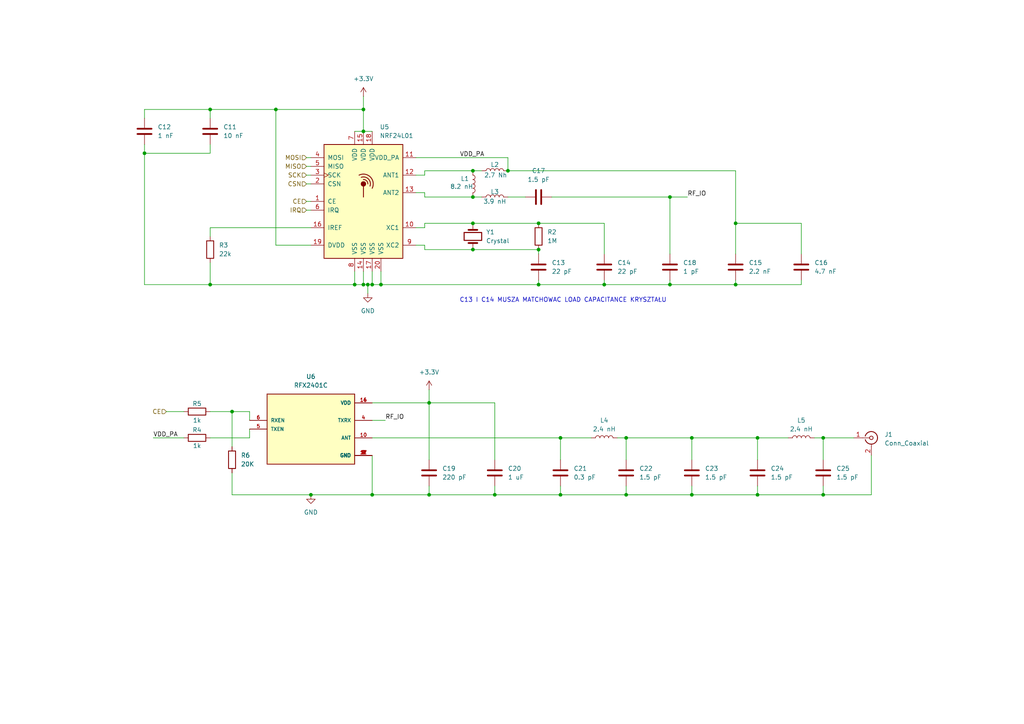
<source format=kicad_sch>
(kicad_sch (version 20231120) (generator "eeschema") (generator_version "8.0")
  (paper "A4")
  (lib_symbols
    (symbol "Connector:Conn_Coaxial" (pin_names (offset 1.016) hide)
      (property "Reference" "J" (at 0.254 3.048 0))
      (property "Value" "Conn_Coaxial" (at 2.921 0 90))
      (symbol "Conn_Coaxial_0_1"
        (arc (start -1.778 -0.508) (mid 0.2311 -1.8066) (end 1.778 0) (stroke (width 0.254)))
        (polyline (pts (xy -2.54 0) (xy -0.508 0)))
        (polyline (pts (xy 0 -2.54) (xy 0 -1.778)))
        (circle (center 0 0) (radius 0.508) (stroke (width 0.2032)))
        (arc (start 1.778 0) (mid 0.2099 1.8101) (end -1.778 0.508) (stroke (width 0.254)))
      )
      (symbol "Conn_Coaxial_1_1"
        (pin passive line (at -5.08 0 0) (length 2.54) (name "In") (number "1"))
        (pin passive line (at 0 -5.08 90) (length 2.54) (name "Ext") (number "2"))
      )
    )
    (symbol "Device:C" (pin_numbers hide) (pin_names (offset 0.254))
      (property "Reference" "C" (at 0.635 2.54 0))
      (property "Value" "C" (at 0.635 -2.54 0))
      (symbol "C_0_1"
        (polyline (pts (xy -2.032 -0.762) (xy 2.032 -0.762)) (stroke (width 0.508)))
        (polyline (pts (xy -2.032 0.762) (xy 2.032 0.762)) (stroke (width 0.508)))
      )
      (symbol "C_1_1"
        (pin passive line (at 0 3.81 270) (length 2.794) (name "~") (number "1"))
        (pin passive line (at 0 -3.81 90) (length 2.794) (name "~") (number "2"))
      )
    )
    (symbol "Device:Crystal" (pin_numbers hide) (pin_names (offset 1.016) hide)
      (property "Reference" "Y" (at 0 3.81 0))
      (property "Value" "Crystal" (at 0 -3.81 0))
      (symbol "Crystal_0_1"
        (rectangle (start -1.143 2.54) (end 1.143 -2.54) (stroke (width 0.3048)))
        (polyline (pts (xy -2.54 0) (xy -1.905 0)))
        (polyline (pts (xy -1.905 -1.27) (xy -1.905 1.27)) (stroke (width 0.508)))
        (polyline (pts (xy 1.905 -1.27) (xy 1.905 1.27)) (stroke (width 0.508)))
        (polyline (pts (xy 2.54 0) (xy 1.905 0)))
      )
      (symbol "Crystal_1_1"
        (pin passive line (at -3.81 0 0) (length 1.27) (name "1") (number "1"))
        (pin passive line (at 3.81 0 180) (length 1.27) (name "2") (number "2"))
      )
    )
    (symbol "Device:L" (pin_numbers hide) (pin_names (offset 1.016) hide)
      (property "Reference" "L" (at -1.27 0 90))
      (property "Value" "L" (at 1.905 0 90))
      (symbol "L_0_1"
        (arc (start 0 -2.54) (mid 0.6323 -1.905) (end 0 -1.27))
        (arc (start 0 -1.27) (mid 0.6323 -0.635) (end 0 0))
        (arc (start 0 0) (mid 0.6323 0.635) (end 0 1.27))
        (arc (start 0 1.27) (mid 0.6323 1.905) (end 0 2.54))
      )
      (symbol "L_1_1"
        (pin passive line (at 0 3.81 270) (length 1.27) (name "1") (number "1"))
        (pin passive line (at 0 -3.81 90) (length 1.27) (name "2") (number "2"))
      )
    )
    (symbol "Device:R" (pin_numbers hide) (pin_names (offset 0))
      (property "Reference" "R" (at 2.032 0 90))
      (property "Value" "R" (at 0 0 90))
      (symbol "R_0_1"
        (rectangle (start -1.016 -2.54) (end 1.016 2.54) (stroke (width 0.254)))
      )
      (symbol "R_1_1"
        (pin passive line (at 0 3.81 270) (length 1.27) (name "~") (number "1"))
        (pin passive line (at 0 -3.81 90) (length 1.27) (name "~") (number "2"))
      )
    )
    (symbol "RF:NRF24L01" (pin_names (offset 1.016))
      (property "Reference" "U" (at -11.43 17.78 0))
      (property "Value" "NRF24L01" (at 5.08 17.78 0))
      (symbol "NRF24L01_0_1"
        (rectangle (start -11.43 16.51) (end 11.43 -16.51) (stroke (width 0.254)) (fill (type background)))
        (polyline (pts (xy 0 4.445) (xy 0 1.27)) (stroke (width 0.254)))
        (circle (center 0 5.08) (radius 0.635) (stroke (width 0.254)) (fill (type outline)))
        (arc (start 1.27 5.08) (mid 0.9071 5.9946) (end 0 6.35) (stroke (width 0.254)))
        (arc (start 1.905 4.445) (mid 1.4313 6.5254) (end -0.635 6.985) (stroke (width 0.254)))
        (arc (start 2.54 3.81) (mid 2.008 7.088) (end -1.27 7.62) (stroke (width 0.254)))
        (rectangle (start 11.43 -13.97) (end 11.43 -13.97))
      )
      (symbol "NRF24L01_1_1"
        (pin input line (at -15.24 0 0) (length 3.81) (name "CE") (number "1"))
        (pin passive line (at 15.24 -7.62 180) (length 3.81) (name "XC1") (number "10"))
        (pin power_out line (at 15.24 12.7 180) (length 3.81) (name "VDD_PA") (number "11"))
        (pin passive line (at 15.24 7.62 180) (length 3.81) (name "ANT1") (number "12"))
        (pin passive line (at 15.24 2.54 180) (length 3.81) (name "ANT2") (number "13"))
        (pin power_in line (at 0 -20.32 90) (length 3.81) (name "VSS") (number "14"))
        (pin power_in line (at 0 20.32 270) (length 3.81) (name "VDD") (number "15"))
        (pin passive line (at -15.24 -7.62 0) (length 3.81) (name "IREF") (number "16"))
        (pin power_in line (at 2.54 -20.32 90) (length 3.81) (name "VSS") (number "17"))
        (pin power_in line (at 2.54 20.32 270) (length 3.81) (name "VDD") (number "18"))
        (pin power_out line (at -15.24 -12.7 0) (length 3.81) (name "DVDD") (number "19"))
        (pin input line (at -15.24 5.08 0) (length 3.81) (name "CSN") (number "2"))
        (pin power_in line (at 5.08 -20.32 90) (length 3.81) (name "VSS") (number "20"))
        (pin input clock (at -15.24 7.62 0) (length 3.81) (name "SCK") (number "3"))
        (pin input line (at -15.24 12.7 0) (length 3.81) (name "MOSI") (number "4"))
        (pin output line (at -15.24 10.16 0) (length 3.81) (name "MISO") (number "5"))
        (pin output line (at -15.24 -2.54 0) (length 3.81) (name "IRQ") (number "6"))
        (pin power_in line (at -2.54 20.32 270) (length 3.81) (name "VDD") (number "7"))
        (pin power_in line (at -2.54 -20.32 90) (length 3.81) (name "VSS") (number "8"))
        (pin passive line (at 15.24 -12.7 180) (length 3.81) (name "XC2") (number "9"))
      )
    )
    (symbol "RFX2401C:RFX2401C" (pin_names (offset 1.016))
      (property "Reference" "U" (at -12.7 11.16 0))
      (property "Value" "RFX2401C" (at -12.7 -14.16 0))
      (symbol "RFX2401C_0_0"
        (rectangle (start -12.7 -10.16) (end 12.7 10.16) (stroke (width 0.254)) (fill (type background)))
        (pin passive line (at 17.78 -2.54 180) (length 5.08) (name "ANT") (number "10"))
        (pin power_in line (at 17.78 -7.62 180) (length 5.08) (name "GND") (number "11"))
        (pin power_in line (at 17.78 7.62 180) (length 5.08) (name "VDD") (number "14"))
        (pin power_in line (at 17.78 7.62 180) (length 5.08) (name "VDD") (number "16"))
        (pin power_in line (at 17.78 -7.62 180) (length 5.08) (name "GND") (number "17"))
        (pin power_in line (at 17.78 -7.62 180) (length 5.08) (name "GND") (number "2"))
        (pin power_in line (at 17.78 -7.62 180) (length 5.08) (name "GND") (number "3"))
        (pin bidirectional line (at 17.78 2.54 180) (length 5.08) (name "TXRX") (number "4"))
        (pin input line (at -17.78 0 0) (length 5.08) (name "TXEN") (number "5"))
        (pin input line (at -17.78 2.54 0) (length 5.08) (name "RXEN") (number "6"))
        (pin power_in line (at 17.78 -7.62 180) (length 5.08) (name "GND") (number "8"))
        (pin power_in line (at 17.78 -7.62 180) (length 5.08) (name "GND") (number "9"))
      )
    )
    (symbol "power:+3.3V" (power) (pin_numbers hide) (pin_names (offset 0) hide)
      (property "Value" "+3.3V" (at 0 3.556 0))
      (symbol "+3.3V_0_1"
        (polyline (pts (xy -0.762 1.27) (xy 0 2.54)))
        (polyline (pts (xy 0 0) (xy 0 2.54)))
        (polyline (pts (xy 0 2.54) (xy 0.762 1.27)))
      )
      (symbol "+3.3V_1_1"
        (pin power_in line (at 0 0 90) (length 0) (name "~") (number "1"))
      )
    )
    (symbol "power:GND" (power) (pin_numbers hide) (pin_names (offset 0) hide)
      (property "Value" "GND" (at 0 -3.81 0))
      (symbol "GND_0_1"
        (polyline (pts (xy 0 0) (xy 0 -1.27) (xy 1.27 -1.27) (xy 0 -2.54) (xy -1.27 -1.27) (xy 0 -1.27)))
      )
      (symbol "GND_1_1"
        (pin power_in line (at 0 0 270) (length 0) (name "~") (number "1"))
      )
    )
  )
  (junction (at 102.87 82.55))
  (junction (at 137.16 72.39))
  (junction (at 143.51 143.51))
  (junction (at 181.61 127))
  (junction (at 41.91 44.45))
  (junction (at 156.21 72.39))
  (junction (at 105.41 82.55))
  (junction (at 124.46 116.84))
  (junction (at 137.16 49.53))
  (junction (at 175.26 82.55))
  (junction (at 107.95 143.51))
  (junction (at 107.95 82.55))
  (junction (at 213.36 64.77))
  (junction (at 219.71 127))
  (junction (at 137.16 57.15))
  (junction (at 238.76 143.51))
  (junction (at 67.31 119.38))
  (junction (at 90.17 143.51))
  (junction (at 60.96 31.75))
  (junction (at 194.31 57.15))
  (junction (at 105.41 31.75))
  (junction (at 105.41 38.1))
  (junction (at 156.21 64.77))
  (junction (at 162.56 143.51))
  (junction (at 80.01 31.75))
  (junction (at 200.66 143.51))
  (junction (at 137.16 64.77))
  (junction (at 213.36 82.55))
  (junction (at 238.76 127))
  (junction (at 110.49 82.55))
  (junction (at 200.66 127))
  (junction (at 106.68 82.55))
  (junction (at 147.32 49.53))
  (junction (at 162.56 127))
  (junction (at 181.61 143.51))
  (junction (at 60.96 82.55))
  (junction (at 194.31 82.55))
  (junction (at 124.46 143.51))
  (junction (at 219.71 143.51))
  (junction (at 156.21 82.55))
  (wire (pts (xy 105.41 78.74) (xy 105.41 82.55)))
  (wire (pts (xy 110.49 82.55) (xy 110.49 78.74)))
  (wire (pts (xy 236.22 127) (xy 238.76 127)))
  (wire (pts (xy 147.32 49.53) (xy 147.32 45.72)))
  (wire (pts (xy 181.61 140.97) (xy 181.61 143.51)))
  (wire (pts (xy 107.95 121.92) (xy 111.76 121.92)))
  (wire (pts (xy 123.19 49.53) (xy 137.16 49.53)))
  (wire (pts (xy 105.41 38.1) (xy 107.95 38.1)))
  (wire (pts (xy 147.32 57.15) (xy 152.4 57.15)))
  (wire (pts (xy 107.95 143.51) (xy 124.46 143.51)))
  (wire (pts (xy 124.46 143.51) (xy 124.46 140.97)))
  (wire (pts (xy 67.31 143.51) (xy 67.31 137.16)))
  (wire (pts (xy 175.26 82.55) (xy 194.31 82.55)))
  (wire (pts (xy 252.73 143.51) (xy 238.76 143.51)))
  (wire (pts (xy 213.36 82.55) (xy 232.41 82.55)))
  (wire (pts (xy 181.61 143.51) (xy 162.56 143.51)))
  (wire (pts (xy 124.46 116.84) (xy 107.95 116.84)))
  (wire (pts (xy 123.19 64.77) (xy 137.16 64.77)))
  (wire (pts (xy 107.95 78.74) (xy 107.95 82.55)))
  (wire (pts (xy 143.51 143.51) (xy 143.51 140.97)))
  (wire (pts (xy 120.65 71.12) (xy 123.19 71.12)))
  (wire (pts (xy 88.9 45.72) (xy 90.17 45.72)))
  (wire (pts (xy 194.31 57.15) (xy 199.39 57.15)))
  (wire (pts (xy 156.21 64.77) (xy 175.26 64.77)))
  (wire (pts (xy 72.39 119.38) (xy 72.39 121.92)))
  (wire (pts (xy 88.9 48.26) (xy 90.17 48.26)))
  (wire (pts (xy 67.31 119.38) (xy 67.31 129.54)))
  (wire (pts (xy 48.26 119.38) (xy 53.34 119.38)))
  (wire (pts (xy 219.71 140.97) (xy 219.71 143.51)))
  (wire (pts (xy 41.91 44.45) (xy 41.91 41.91)))
  (wire (pts (xy 106.68 82.55) (xy 107.95 82.55)))
  (wire (pts (xy 162.56 127) (xy 162.56 133.35)))
  (wire (pts (xy 123.19 55.88) (xy 123.19 57.15)))
  (wire (pts (xy 181.61 127) (xy 181.61 133.35)))
  (wire (pts (xy 238.76 127) (xy 247.65 127)))
  (wire (pts (xy 105.41 31.75) (xy 80.01 31.75)))
  (wire (pts (xy 179.07 127) (xy 181.61 127)))
  (wire (pts (xy 88.9 60.96) (xy 90.17 60.96)))
  (wire (pts (xy 175.26 64.77) (xy 175.26 73.66)))
  (wire (pts (xy 88.9 58.42) (xy 90.17 58.42)))
  (wire (pts (xy 102.87 82.55) (xy 105.41 82.55)))
  (wire (pts (xy 200.66 143.51) (xy 181.61 143.51)))
  (wire (pts (xy 194.31 57.15) (xy 194.31 73.66)))
  (wire (pts (xy 200.66 140.97) (xy 200.66 143.51)))
  (wire (pts (xy 80.01 31.75) (xy 60.96 31.75)))
  (wire (pts (xy 238.76 140.97) (xy 238.76 143.51)))
  (wire (pts (xy 213.36 49.53) (xy 213.36 64.77)))
  (wire (pts (xy 105.41 82.55) (xy 106.68 82.55)))
  (wire (pts (xy 102.87 78.74) (xy 102.87 82.55)))
  (wire (pts (xy 107.95 143.51) (xy 90.17 143.51)))
  (wire (pts (xy 123.19 50.8) (xy 123.19 49.53)))
  (wire (pts (xy 194.31 57.15) (xy 160.02 57.15)))
  (wire (pts (xy 60.96 66.04) (xy 90.17 66.04)))
  (wire (pts (xy 120.65 50.8) (xy 123.19 50.8)))
  (wire (pts (xy 110.49 82.55) (xy 156.21 82.55)))
  (wire (pts (xy 41.91 44.45) (xy 60.96 44.45)))
  (wire (pts (xy 60.96 76.2) (xy 60.96 82.55)))
  (wire (pts (xy 156.21 82.55) (xy 175.26 82.55)))
  (wire (pts (xy 137.16 64.77) (xy 156.21 64.77)))
  (wire (pts (xy 60.96 31.75) (xy 41.91 31.75)))
  (wire (pts (xy 107.95 132.08) (xy 107.95 143.51)))
  (wire (pts (xy 60.96 127) (xy 72.39 127)))
  (wire (pts (xy 88.9 50.8) (xy 90.17 50.8)))
  (wire (pts (xy 238.76 143.51) (xy 219.71 143.51)))
  (wire (pts (xy 238.76 127) (xy 238.76 133.35)))
  (wire (pts (xy 105.41 38.1) (xy 105.41 31.75)))
  (wire (pts (xy 88.9 53.34) (xy 90.17 53.34)))
  (wire (pts (xy 124.46 143.51) (xy 143.51 143.51)))
  (wire (pts (xy 219.71 143.51) (xy 200.66 143.51)))
  (wire (pts (xy 107.95 127) (xy 162.56 127)))
  (wire (pts (xy 147.32 49.53) (xy 213.36 49.53)))
  (wire (pts (xy 60.96 119.38) (xy 67.31 119.38)))
  (wire (pts (xy 213.36 82.55) (xy 213.36 81.28)))
  (wire (pts (xy 219.71 127) (xy 228.6 127)))
  (wire (pts (xy 143.51 116.84) (xy 124.46 116.84)))
  (wire (pts (xy 105.41 27.94) (xy 105.41 31.75)))
  (wire (pts (xy 162.56 143.51) (xy 143.51 143.51)))
  (wire (pts (xy 41.91 44.45) (xy 41.91 82.55)))
  (wire (pts (xy 213.36 64.77) (xy 232.41 64.77)))
  (wire (pts (xy 137.16 72.39) (xy 156.21 72.39)))
  (wire (pts (xy 181.61 127) (xy 200.66 127)))
  (wire (pts (xy 143.51 133.35) (xy 143.51 116.84)))
  (wire (pts (xy 90.17 143.51) (xy 67.31 143.51)))
  (wire (pts (xy 123.19 66.04) (xy 123.19 64.77)))
  (wire (pts (xy 60.96 44.45) (xy 60.96 41.91)))
  (wire (pts (xy 147.32 45.72) (xy 120.65 45.72)))
  (wire (pts (xy 162.56 140.97) (xy 162.56 143.51)))
  (wire (pts (xy 72.39 127) (xy 72.39 124.46)))
  (wire (pts (xy 67.31 119.38) (xy 72.39 119.38)))
  (wire (pts (xy 106.68 82.55) (xy 106.68 85.09)))
  (wire (pts (xy 123.19 72.39) (xy 137.16 72.39)))
  (wire (pts (xy 44.45 127) (xy 53.34 127)))
  (wire (pts (xy 120.65 55.88) (xy 123.19 55.88)))
  (wire (pts (xy 123.19 71.12) (xy 123.19 72.39)))
  (wire (pts (xy 200.66 127) (xy 200.66 133.35)))
  (wire (pts (xy 213.36 64.77) (xy 213.36 73.66)))
  (wire (pts (xy 232.41 64.77) (xy 232.41 73.66)))
  (wire (pts (xy 175.26 81.28) (xy 175.26 82.55)))
  (wire (pts (xy 124.46 113.03) (xy 124.46 116.84)))
  (wire (pts (xy 41.91 31.75) (xy 41.91 34.29)))
  (wire (pts (xy 80.01 71.12) (xy 80.01 31.75)))
  (wire (pts (xy 120.65 66.04) (xy 123.19 66.04)))
  (wire (pts (xy 60.96 82.55) (xy 102.87 82.55)))
  (wire (pts (xy 137.16 57.15) (xy 139.7 57.15)))
  (wire (pts (xy 60.96 68.58) (xy 60.96 66.04)))
  (wire (pts (xy 200.66 127) (xy 219.71 127)))
  (wire (pts (xy 156.21 72.39) (xy 156.21 73.66)))
  (wire (pts (xy 219.71 127) (xy 219.71 133.35)))
  (wire (pts (xy 102.87 38.1) (xy 105.41 38.1)))
  (wire (pts (xy 137.16 49.53) (xy 139.7 49.53)))
  (wire (pts (xy 252.73 132.08) (xy 252.73 143.51)))
  (wire (pts (xy 162.56 127) (xy 171.45 127)))
  (wire (pts (xy 232.41 82.55) (xy 232.41 81.28)))
  (wire (pts (xy 194.31 81.28) (xy 194.31 82.55)))
  (wire (pts (xy 90.17 71.12) (xy 80.01 71.12)))
  (wire (pts (xy 123.19 57.15) (xy 137.16 57.15)))
  (wire (pts (xy 124.46 133.35) (xy 124.46 116.84)))
  (wire (pts (xy 194.31 82.55) (xy 213.36 82.55)))
  (wire (pts (xy 41.91 82.55) (xy 60.96 82.55)))
  (wire (pts (xy 60.96 31.75) (xy 60.96 34.29)))
  (wire (pts (xy 107.95 82.55) (xy 110.49 82.55)))
  (wire (pts (xy 156.21 82.55) (xy 156.21 81.28)))
  (text "C13 I C14 MUSZA MATCHOWAC LOAD CAPACITANCE KRYSZTAŁU" (at 163.322 87.122 0) (effects (font (size 1.27 1.27))))
  (label "VDD_PA" (at 133.35 45.72 0))
  (label "VDD_PA" (at 44.45 127 0))
  (label "RF_IO" (at 111.76 121.92 0))
  (label "RF_IO" (at 199.39 57.15 0))
  (hierarchical_label "CE" (shape input) (at 88.9 58.42 180))
  (hierarchical_label "MISO" (shape input) (at 88.9 48.26 180))
  (hierarchical_label "IRQ" (shape input) (at 88.9 60.96 180))
  (hierarchical_label "SCK" (shape input) (at 88.9 50.8 180))
  (hierarchical_label "CSN" (shape input) (at 88.9 53.34 180))
  (hierarchical_label "CE" (shape input) (at 48.26 119.38 180))
  (hierarchical_label "MOSI" (shape input) (at 88.9 45.72 180))
  (symbol (lib_id "power:GND") (at 106.68 85.09 0) (unit 1)
    (property "Reference" "#PWR09" (effects (hide yes)))
    (property "Value" "GND" (at 106.68 90.17 0))
    (property "Description" "Power symbol creates a global label with name \"GND\" , ground" (effects (hide yes)))
  )
  (symbol (lib_id "Device:L") (at 137.16 53.34 0) (unit 1)
    (property "Reference" "L1" (at 133.604 51.816 0) (effects (justify left)))
    (property "Value" "8.2 nH" (at 130.556 54.102 0) (effects (justify left)))
    (property "Description" "Inductor" (effects (hide yes)))
  )
  (symbol (lib_id "Device:C") (at 238.76 137.16 0) (unit 1)
    (property "Reference" "C25" (at 242.57 135.8899 0) (effects (justify left)))
    (property "Value" "1.5 pF" (at 242.57 138.4299 0) (effects (justify left)))
    (property "Description" "Unpolarized capacitor" (effects (hide yes)))
  )
  (symbol (lib_id "Device:C") (at 175.26 77.47 0) (unit 1)
    (property "Reference" "C14" (at 179.07 76.1999 0) (effects (justify left)))
    (property "Value" "22 pF" (at 179.07 78.7399 0) (effects (justify left)))
    (property "Description" "Unpolarized capacitor" (effects (hide yes)))
  )
  (symbol (lib_id "Device:C") (at 124.46 137.16 0) (unit 1)
    (property "Reference" "C19" (at 128.27 135.8899 0) (effects (justify left)))
    (property "Value" "220 pF" (at 128.27 138.4299 0) (effects (justify left)))
    (property "Description" "Unpolarized capacitor" (effects (hide yes)))
  )
  (symbol (lib_id "Connector:Conn_Coaxial") (at 252.73 127 0) (unit 1)
    (property "Reference" "J1" (at 256.54 126.0231 0) (effects (justify left)))
    (property "Value" "Conn_Coaxial" (at 256.54 128.5631 0) (effects (justify left)))
    (property "Footprint" "Connector_Coaxial:SMA_Amphenol_901-143_Horizontal" (effects (hide yes)))
    (property "Datasheet" " ~" (effects (hide yes)))
    (property "Description" "coaxial connector (BNC, SMA, SMB, SMC, Cinch/RCA, LEMO, ...)" (effects (hide yes)))
  )
  (symbol (lib_id "Device:C") (at 219.71 137.16 0) (unit 1)
    (property "Reference" "C24" (at 223.52 135.8899 0) (effects (justify left)))
    (property "Value" "1.5 pF" (at 223.52 138.4299 0) (effects (justify left)))
    (property "Description" "Unpolarized capacitor" (effects (hide yes)))
  )
  (symbol (lib_id "Device:Crystal") (at 137.16 68.58 90) (unit 1)
    (property "Reference" "Y1" (at 140.97 67.3099 90) (effects (justify right)))
    (property "Value" "Crystal" (at 140.97 69.8499 90) (effects (justify right)))
    (property "Description" "Two pin crystal" (effects (hide yes)))
  )
  (symbol (lib_id "RF:NRF24L01") (at 105.41 58.42 0) (unit 1)
    (property "Reference" "U5" (at 110.1441 36.83 0) (effects (justify left)))
    (property "Value" "NRF24L01" (at 110.1441 39.37 0) (effects (justify left)))
    (property "Footprint" "Package_DFN_QFN:QFN-20-1EP_4x4mm_P0.5mm_EP2.5x2.5mm" (effects (hide yes)))
    (property "Datasheet" "http://www.nordicsemi.com/eng/content/download/2730/34105/file/nRF24L01_Product_Specification_v2_0.pdf" (effects (hide yes)))
    (property "Description" "Ultra low power 2.4GHz RF Transceiver, QFN-20" (effects (hide yes)))
  )
  (symbol (lib_id "Device:C") (at 181.61 137.16 0) (unit 1)
    (property "Reference" "C22" (at 185.42 135.8899 0) (effects (justify left)))
    (property "Value" "1.5 pF" (at 185.42 138.4299 0) (effects (justify left)))
    (property "Description" "Unpolarized capacitor" (effects (hide yes)))
  )
  (symbol (lib_id "Device:C") (at 156.21 57.15 90) (unit 1)
    (property "Reference" "C17" (at 156.21 49.53 90))
    (property "Value" "1.5 pF" (at 156.21 52.07 90))
    (property "Description" "Unpolarized capacitor" (effects (hide yes)))
  )
  (symbol (lib_id "Device:R") (at 156.21 68.58 0) (unit 1)
    (property "Reference" "R2" (at 158.75 67.3099 0) (effects (justify left)))
    (property "Value" "1M" (at 158.75 69.8499 0) (effects (justify left)))
    (property "Description" "Resistor" (effects (hide yes)))
  )
  (symbol (lib_id "Device:L") (at 232.41 127 90) (unit 1)
    (property "Reference" "L5" (at 232.41 121.92 90))
    (property "Value" "2.4 nH" (at 232.41 124.46 90))
    (property "Description" "Inductor" (effects (hide yes)))
  )
  (symbol (lib_id "Device:C") (at 213.36 77.47 0) (unit 1)
    (property "Reference" "C15" (at 217.17 76.1999 0) (effects (justify left)))
    (property "Value" "2.2 nF" (at 217.17 78.7399 0) (effects (justify left)))
    (property "Description" "Unpolarized capacitor" (effects (hide yes)))
  )
  (symbol (lib_id "Device:C") (at 143.51 137.16 0) (unit 1)
    (property "Reference" "C20" (at 147.32 135.8899 0) (effects (justify left)))
    (property "Value" "1 uF" (at 147.32 138.4299 0) (effects (justify left)))
    (property "Description" "Unpolarized capacitor" (effects (hide yes)))
  )
  (symbol (lib_id "power:GND") (at 90.17 143.51 0) (unit 1)
    (property "Reference" "#PWR07" (effects (hide yes)))
    (property "Value" "GND" (at 90.17 148.59 0))
    (property "Description" "Power symbol creates a global label with name \"GND\" , ground" (effects (hide yes)))
  )
  (symbol (lib_id "Device:C") (at 194.31 77.47 180) (unit 1)
    (property "Reference" "C18" (at 198.12 76.1999 0) (effects (justify right)))
    (property "Value" "1 pF" (at 198.12 78.7399 0) (effects (justify right)))
    (property "Description" "Unpolarized capacitor" (effects (hide yes)))
  )
  (symbol (lib_id "Device:C") (at 156.21 77.47 0) (unit 1)
    (property "Reference" "C13" (at 160.02 76.1999 0) (effects (justify left)))
    (property "Value" "22 pF" (at 160.02 78.7399 0) (effects (justify left)))
    (property "Description" "Unpolarized capacitor" (effects (hide yes)))
  )
  (symbol (lib_id "power:+3.3V") (at 124.46 113.03 0) (unit 1)
    (property "Reference" "#PWR010" (effects (hide yes)))
    (property "Value" "+3.3V" (at 124.46 107.95 0))
    (property "Description" "Power symbol creates a global label with name \"+3.3V\"" (effects (hide yes)))
  )
  (symbol (lib_id "Device:C") (at 200.66 137.16 0) (unit 1)
    (property "Reference" "C23" (at 204.47 135.8899 0) (effects (justify left)))
    (property "Value" "1.5 pF" (at 204.47 138.4299 0) (effects (justify left)))
    (property "Description" "Unpolarized capacitor" (effects (hide yes)))
  )
  (symbol (lib_id "Device:L") (at 143.51 57.15 90) (unit 1)
    (property "Reference" "L3" (at 143.51 55.626 90))
    (property "Value" "3.9 nH" (at 143.51 58.42 90))
    (property "Description" "Inductor" (effects (hide yes)))
  )
  (symbol (lib_id "Device:R") (at 67.31 133.35 0) (unit 1)
    (property "Reference" "R6" (at 69.85 132.0799 0) (effects (justify left)))
    (property "Value" "20K" (at 69.85 134.6199 0) (effects (justify left)))
    (property "Description" "Resistor" (effects (hide yes)))
  )
  (symbol (lib_id "Device:R") (at 60.96 72.39 0) (unit 1)
    (property "Reference" "R3" (at 63.5 71.1199 0) (effects (justify left)))
    (property "Value" "22k" (at 63.5 73.6599 0) (effects (justify left)))
    (property "Description" "Resistor" (effects (hide yes)))
  )
  (symbol (lib_id "Device:R") (at 57.15 127 90) (unit 1)
    (property "Reference" "R4" (at 57.15 124.714 90))
    (property "Value" "1k" (at 57.15 129.286 90))
    (property "Description" "Resistor" (effects (hide yes)))
  )
  (symbol (lib_id "Device:C") (at 162.56 137.16 0) (unit 1)
    (property "Reference" "C21" (at 166.37 135.8899 0) (effects (justify left)))
    (property "Value" "0.3 pF" (at 166.37 138.4299 0) (effects (justify left)))
    (property "Description" "Unpolarized capacitor" (effects (hide yes)))
  )
  (symbol (lib_id "Device:C") (at 60.96 38.1 0) (unit 1)
    (property "Reference" "C11" (at 64.77 36.8299 0) (effects (justify left)))
    (property "Value" "10 nF" (at 64.77 39.3699 0) (effects (justify left)))
    (property "Description" "Unpolarized capacitor" (effects (hide yes)))
  )
  (symbol (lib_id "Device:L") (at 175.26 127 90) (unit 1)
    (property "Reference" "L4" (at 175.26 121.92 90))
    (property "Value" "2.4 nH" (at 175.26 124.46 90))
    (property "Description" "Inductor" (effects (hide yes)))
  )
  (symbol (lib_id "Device:C") (at 41.91 38.1 0) (unit 1)
    (property "Reference" "C12" (at 45.72 36.8299 0) (effects (justify left)))
    (property "Value" "1 nF" (at 45.72 39.3699 0) (effects (justify left)))
    (property "Description" "Unpolarized capacitor" (effects (hide yes)))
  )
  (symbol (lib_id "Device:L") (at 143.51 49.53 90) (unit 1)
    (property "Reference" "L2" (at 143.51 47.752 90))
    (property "Value" "2.7 Nh" (at 143.764 50.8 90))
    (property "Description" "Inductor" (effects (hide yes)))
  )
  (symbol (lib_id "Device:R") (at 57.15 119.38 90) (unit 1)
    (property "Reference" "R5" (at 57.15 117.094 90))
    (property "Value" "1k" (at 57.15 121.92 90))
    (property "Description" "Resistor" (effects (hide yes)))
  )
  (symbol (lib_id "power:+3.3V") (at 105.41 27.94 0) (unit 1)
    (property "Reference" "#PWR08" (effects (hide yes)))
    (property "Value" "+3.3V" (at 105.41 22.86 0))
    (property "Description" "Power symbol creates a global label with name \"+3.3V\"" (effects (hide yes)))
  )
  (symbol (lib_id "Device:C") (at 232.41 77.47 0) (unit 1)
    (property "Reference" "C16" (at 236.22 76.1999 0) (effects (justify left)))
    (property "Value" "4.7 nF" (at 236.22 78.7399 0) (effects (justify left)))
    (property "Description" "Unpolarized capacitor" (effects (hide yes)))
  )
  (symbol (lib_id "RFX2401C:RFX2401C") (at 90.17 124.46 0) (unit 1)
    (property "Reference" "U6" (at 90.17 109.22 0))
    (property "Value" "RFX2401C" (at 90.17 111.76 0))
    (property "Footprint" "RFX2401C:QFN50P300X300X60-17N" (effects (hide yes)))
    (property "MF" "Skyworks Solutions" (effects (hide yes)))
    (property "MOUSER-PURCHASE-URL" "https://snapeda.com/shop?store=Mouser&id=556493" (effects (hide yes)))
    (property "DESCRIPTION" "RF Front End 2.4GHz ~ 2.5GHz 802.15.4, Zigbee® 16-QFN (3x3)" (effects (hide yes)))
    (property "PACKAGE" "UFQFN-16 Skyworks Solutions" (effects (hide yes)))
    (property "PRICE" "None" (effects (hide yes)))
    (property "Package" "UFQFN-16 Skyworks Solutions" (effects (hide yes)))
    (property "Check_prices" "https://www.snapeda.com/parts/RFX2401C/Skyworks+Solutions+Inc./view-part/?ref=eda" (effects (hide yes)))
    (property "Price" "None" (effects (hide yes)))
    (property "SnapEDA_Link" "https://www.snapeda.com/parts/RFX2401C/Skyworks+Solutions+Inc./view-part/?ref=snap" (effects (hide yes)))
    (property "MP" "RFX2401C" (effects (hide yes)))
    (property "DIGIKEY-PURCHASE-URL" "https://snapeda.com/shop?store=DigiKey&id=556493" (effects (hide yes)))
    (property "Purchase-URL" "https://www.snapeda.com/api/url_track_click_mouser/?unipart_id=556493&manufacturer=Skyworks Solutions&part_name=RFX2401C&search_term=None" (effects (hide yes)))
    (property "Availability" "In Stock" (effects (hide yes)))
    (property "AVAILABILITY" "Unavailable" (effects (hide yes)))
    (property "Description_1" "\nRF Front End 2.4GHz ~ 2.5GHz 802.15.4, Zigbee® 16-QFN (3x3)\n" (effects (hide yes)))
  )
)
</source>
